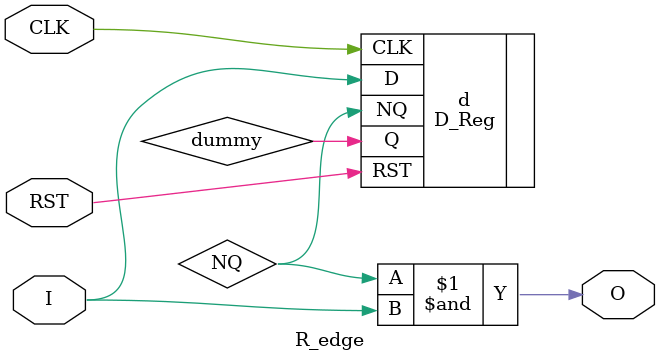
<source format=v>
`include "D_Reg.v"

module R_edge (
  input wire I, RST, CLK,
  output wire O
);
  wire NQ, dummy;
  D_Reg d(
    .D (I),
    .RST (RST),
    .CLK (CLK),
    .Q (dummy),
    .NQ (NQ)
  );
  assign O = NQ & I;
  
endmodule
</source>
